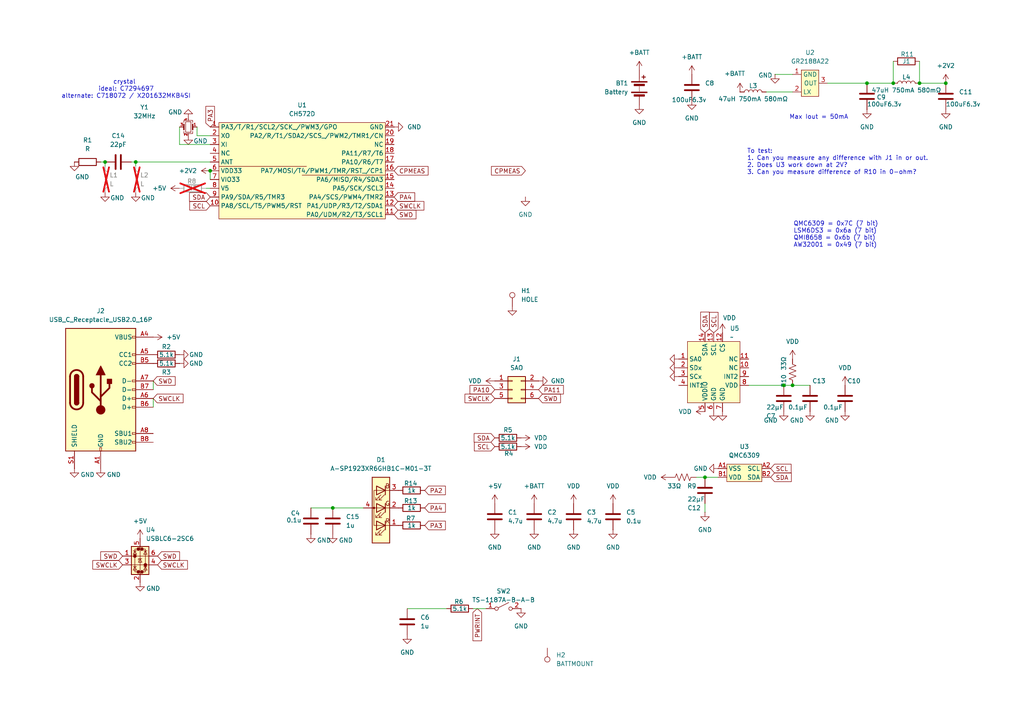
<source format=kicad_sch>
(kicad_sch (version 20250114) (generator "eeschema") (generator_version "9.0")
  (paper "A4")
  (lib_symbols
    (symbol "Connector:TestPoint" (pin_numbers (hide yes)) (pin_names (offset 0.762) (hide yes))
      (property "Reference" "TP" (at 0 6.858 0))
      (property "Value" "TestPoint" (at 0 5.08 0))
      (symbol "TestPoint_1_1"
        (pin passive line (at 0 0 90) (length 2.54) (name "1") (number "1"))
      )
    )
    (symbol "Connector:USB_C_Receptacle_USB2.0_16P" (pin_names (offset 1.016))
      (property "Reference" "J" (at 0 22.225 0))
      (property "Value" "USB_C_Receptacle_USB2.0_16P" (at 0 19.685 0))
      (symbol "USB_C_Receptacle_USB2.0_16P_1_1"
        (pin passive line (at -7.62 -22.86 90) (length 5.08) (name "SHIELD") (number "S1"))
        (pin passive line (at 0 -22.86 90) (length 5.08) (name "GND") (number "A1"))
        (pin passive line (at 0 -22.86 90) (length 5.08) (hide yes) (name "GND") (number "A12"))
        (pin passive line (at 0 -22.86 90) (length 5.08) (hide yes) (name "GND") (number "B1"))
        (pin passive line (at 0 -22.86 90) (length 5.08) (hide yes) (name "GND") (number "B12"))
        (pin passive line (at 15.24 15.24 180) (length 5.08) (name "VBUS") (number "A4"))
        (pin passive line (at 15.24 15.24 180) (length 5.08) (hide yes) (name "VBUS") (number "A9"))
        (pin passive line (at 15.24 15.24 180) (length 5.08) (hide yes) (name "VBUS") (number "B4"))
        (pin passive line (at 15.24 15.24 180) (length 5.08) (hide yes) (name "VBUS") (number "B9"))
        (pin bidirectional line (at 15.24 10.16 180) (length 5.08) (name "CC1") (number "A5"))
        (pin bidirectional line (at 15.24 7.62 180) (length 5.08) (name "CC2") (number "B5"))
        (pin bidirectional line (at 15.24 2.54 180) (length 5.08) (name "D-") (number "A7"))
        (pin bidirectional line (at 15.24 0 180) (length 5.08) (name "D-") (number "B7"))
        (pin bidirectional line (at 15.24 -2.54 180) (length 5.08) (name "D+") (number "A6"))
        (pin bidirectional line (at 15.24 -5.08 180) (length 5.08) (name "D+") (number "B6"))
        (pin bidirectional line (at 15.24 -12.7 180) (length 5.08) (name "SBU1") (number "A8"))
        (pin bidirectional line (at 15.24 -15.24 180) (length 5.08) (name "SBU2") (number "B8"))
      )
    )
    (symbol "Connector_Generic:Conn_02x03_Odd_Even" (pin_names (offset 1.016) (hide yes))
      (property "Reference" "J" (at 1.27 5.08 0))
      (property "Value" "Conn_02x03_Odd_Even" (at 1.27 -5.08 0))
      (symbol "Conn_02x03_Odd_Even_1_1"
        (pin passive line (at -5.08 2.54 0) (length 3.81) (name "Pin_1") (number "1"))
        (pin passive line (at -5.08 0 0) (length 3.81) (name "Pin_3") (number "3"))
        (pin passive line (at -5.08 -2.54 0) (length 3.81) (name "Pin_5") (number "5"))
        (pin passive line (at 7.62 2.54 180) (length 3.81) (name "Pin_2") (number "2"))
        (pin passive line (at 7.62 0 180) (length 3.81) (name "Pin_4") (number "4"))
        (pin passive line (at 7.62 -2.54 180) (length 3.81) (name "Pin_6") (number "6"))
      )
    )
    (symbol "Device:Battery" (pin_numbers (hide yes)) (pin_names (offset 0) (hide yes))
      (property "Reference" "BT" (at 2.54 2.54 0))
      (property "Value" "Battery" (at 2.54 0 0))
      (symbol "Battery_1_1"
        (pin passive line (at 0 5.08 270) (length 2.54) (name "+") (number "1"))
        (pin passive line (at 0 -5.08 90) (length 2.54) (name "-") (number "2"))
      )
    )
    (symbol "Device:C" (pin_numbers (hide yes)) (pin_names (offset 0.254))
      (property "Reference" "C" (at 0.635 2.54 0))
      (property "Value" "C" (at 0.635 -2.54 0))
      (symbol "C_1_1"
        (pin passive line (at 0 3.81 270) (length 2.794) (name "~") (number "1"))
        (pin passive line (at 0 -3.81 90) (length 2.794) (name "~") (number "2"))
      )
    )
    (symbol "Device:Crystal_GND24_Small" (pin_names (offset 1.016) (hide yes))
      (property "Reference" "Y" (at 1.27 4.445 0))
      (property "Value" "Crystal_GND24_Small" (at 1.27 2.54 0))
      (symbol "Crystal_GND24_Small_1_1"
        (pin passive line (at -2.54 0 0) (length 1.27) (name "1") (number "1"))
        (pin passive line (at 0 2.54 270) (length 0.635) (name "4") (number "4"))
        (pin passive line (at 0 -2.54 90) (length 0.635) (name "2") (number "2"))
        (pin passive line (at 2.54 0 180) (length 1.27) (name "3") (number "3"))
      )
    )
    (symbol "Device:L" (pin_numbers (hide yes)) (pin_names (offset 1.016) (hide yes))
      (property "Reference" "L" (at -1.27 0 90))
      (property "Value" "L" (at 1.905 0 90))
      (symbol "L_1_1"
        (pin passive line (at 0 3.81 270) (length 1.27) (name "1") (number "1"))
        (pin passive line (at 0 -3.81 90) (length 1.27) (name "2") (number "2"))
      )
    )
    (symbol "Device:R" (pin_numbers (hide yes)) (pin_names (offset 0))
      (property "Reference" "R" (at 2.032 0 90))
      (property "Value" "R" (at 0 0 90))
      (symbol "R_1_1"
        (pin passive line (at 0 3.81 270) (length 1.27) (name "~") (number "1"))
        (pin passive line (at 0 -3.81 90) (length 1.27) (name "~") (number "2"))
      )
    )
    (symbol "LED:ASMB-MTB1-0A3A2" (pin_names (offset 0) (hide yes))
      (property "Reference" "D" (at 0 12.7 0))
      (property "Value" "ASMB-MTB1-0A3A2" (at 1.27 -11.43 0))
      (symbol "ASMB-MTB1-0A3A2_0_0"
        (text "R" (at -1.905 3.81 0) (effects (font (size 1.27 1.27))))
        (text "G" (at -1.905 -1.27 0) (effects (font (size 1.27 1.27))))
        (text "B" (at -1.905 -6.35 0) (effects (font (size 1.27 1.27))))
      )
      (symbol "ASMB-MTB1-0A3A2_1_1"
        (pin passive line (at -5.08 5.08 0) (length 2.54) (name "RK") (number "1"))
        (pin passive line (at -5.08 0 0) (length 2.54) (name "GK") (number "2"))
        (pin passive line (at -5.08 -5.08 0) (length 2.54) (name "BK") (number "3"))
        (pin passive line (at 5.08 0 180) (length 2.54) (name "A") (number "4"))
      )
    )
    (symbol "Power_Protection:USBLC6-2SC6" (pin_names (hide yes))
      (property "Reference" "U" (at 0.635 5.715 0))
      (property "Value" "USBLC6-2SC6" (at 0.635 3.81 0))
      (symbol "USBLC6-2SC6_1_1"
        (pin passive line (at -5.08 0 0) (length 2.54) (name "I/O1") (number "1"))
        (pin passive line (at -5.08 -2.54 0) (length 2.54) (name "I/O2") (number "3"))
        (pin passive line (at 0 5.08 270) (length 2.54) (name "VBUS") (number "5"))
        (pin passive line (at 0 -7.62 90) (length 2.54) (name "GND") (number "2"))
        (pin passive line (at 5.08 0 180) (length 2.54) (name "I/O1") (number "6"))
        (pin passive line (at 5.08 -2.54 180) (length 2.54) (name "I/O2") (number "4"))
      )
    )
    (symbol "Swadge_Parts:C" (pin_numbers (hide yes)) (pin_names (offset 0.254))
      (property "Reference" "C" (at 0.635 2.54 0))
      (property "Value" "C" (at 0.635 -2.54 0))
      (symbol "C_1_1"
        (pin passive line (at 0 3.81 270) (length 2.794) (name "~") (number "1"))
        (pin passive line (at 0 -3.81 90) (length 2.794) (name "~") (number "2"))
      )
    )
    (symbol "Swadge_Parts:GND" (power) (pin_names (offset 0))
      (property "Value" "GND" (at 0 -3.81 0))
      (symbol "GND_1_1"
        (pin power_in line (at 0 0 270) (length 0) (hide yes) (name "GND") (number "1"))
      )
    )
    (symbol "Swadge_Parts:R_US" (pin_numbers (hide yes)) (pin_names (offset 0))
      (property "Reference" "R" (at 2.54 0 90))
      (property "Value" "R_US" (at -2.54 0 90))
      (symbol "R_US_1_1"
        (pin passive line (at 0 3.81 270) (length 1.27) (name "~") (number "1"))
        (pin passive line (at 0 -3.81 90) (length 1.27) (name "~") (number "2"))
      )
    )
    (symbol "Switch:SW_SPST" (pin_names (offset 0) (hide yes))
      (property "Reference" "SW" (at 0 3.175 0))
      (property "Value" "SW_SPST" (at 0 -2.54 0))
      (symbol "SW_SPST_1_1"
        (pin passive line (at -5.08 0 0) (length 2.54) (name "A") (number "1"))
        (pin passive line (at 5.08 0 180) (length 2.54) (name "B") (number "2"))
      )
    )
    (symbol "cnhardware:CH570D"
      (property "Reference" "U" (at -2.286 -0.508 0))
      (property "Value" "CH570D" (at -4.318 -4.572 0))
      (symbol "CH570D_1_1"
        (pin bidirectional line (at -26.67 10.16 0) (length 2.54) (name "PA3/T/R1/SCL2/SCK_/PWM3/GPO") (number "1"))
        (pin bidirectional line (at -26.67 7.62 0) (length 2.54) (name "XO") (number "2"))
        (pin bidirectional line (at -26.67 5.08 0) (length 2.54) (name "XI") (number "3"))
        (pin bidirectional line (at -26.67 2.54 0) (length 2.54) (name "NC") (number "4"))
        (pin bidirectional line (at -26.67 0 0) (length 2.54) (name "ANT") (number "5"))
        (pin bidirectional line (at -26.67 -2.54 0) (length 2.54) (name "VDD33") (number "6"))
        (pin bidirectional line (at -26.67 -5.08 0) (length 2.54) (name "VIO33") (number "7"))
        (pin bidirectional line (at -26.67 -7.62 0) (length 2.54) (name "V5") (number "8"))
        (pin bidirectional line (at -26.67 -10.16 0) (length 2.54) (name "PA9/SDA/R5/TMR3") (number "9"))
        (pin bidirectional line (at -26.67 -12.7 0) (length 2.54) (name "PA8/SCL/T5/PWM5/RST") (number "10"))
        (pin bidirectional line (at 26.67 10.16 180) (length 2.54) (name "GND") (number "21"))
        (pin bidirectional line (at 26.67 7.62 180) (length 2.54) (name "PA2/R/T1/SDA2/SCS_/PWM2/TMR1/CN") (number "20"))
        (pin bidirectional line (at 26.67 5.08 180) (length 2.54) (name "NC") (number "19"))
        (pin bidirectional line (at 26.67 2.54 180) (length 2.54) (name "PA11/R7/T6") (number "18"))
        (pin bidirectional line (at 26.67 0 180) (length 2.54) (name "PA10/R6/T7") (number "17"))
        (pin bidirectional line (at 26.67 -2.54 180) (length 2.54) (name "PA7/MOSI/T4/PWM1/TMR/RST_/CP1") (number "16"))
        (pin bidirectional line (at 26.67 -5.08 180) (length 2.54) (name "PA6/MISO/R4/SDA3") (number "15"))
        (pin bidirectional line (at 26.67 -7.62 180) (length 2.54) (name "PA5/SCK/SCL3") (number "14"))
        (pin bidirectional line (at 26.67 -10.16 180) (length 2.54) (name "PA4/SCS/PWM4/TMR2") (number "13"))
        (pin bidirectional line (at 26.67 -12.7 180) (length 2.54) (name "PA1/UDP/R3/T2/SDA1") (number "12"))
        (pin bidirectional line (at 26.67 -15.24 180) (length 2.54) (name "PA0/UDM/R2/T3/SCL1") (number "11"))
      )
    )
    (symbol "cnhardware:GR2188-SOT-23-BOOST"
      (property "Reference" "U" (at 0.508 4.572 0))
      (property "Value" "GR2188Axx" (at -0.254 -4.826 0))
      (symbol "GR2188-SOT-23-BOOST_1_1"
        (pin bidirectional line (at -5.08 2.54 0) (length 2.54) (name "GND") (number "1"))
        (pin bidirectional line (at -5.08 -2.54 0) (length 2.54) (name "LX") (number "2"))
        (pin bidirectional line (at 5.08 0 180) (length 2.54) (name "OUT") (number "3"))
      )
    )
    (symbol "cnhardware:LSM6DSL"
      (property "Reference" "U" (at 0 0 0))
      (symbol "LSM6DSL_1_1"
        (pin bidirectional line (at -10.16 3.81 0) (length 2.54) (name "SA0") (number "1"))
        (pin bidirectional line (at -10.16 1.27 0) (length 2.54) (name "SDx") (number "2"))
        (pin bidirectional line (at -10.16 -1.27 0) (length 2.54) (name "SCx") (number "3"))
        (pin bidirectional line (at -10.16 -3.81 0) (length 2.54) (name "INT1") (number "4"))
        (pin bidirectional line (at -2.54 11.43 270) (length 2.54) (name "SDA") (number "14"))
        (pin bidirectional line (at -2.54 -11.43 90) (length 2.54) (name "VDDIO") (number "5"))
        (pin bidirectional line (at 0 11.43 270) (length 2.54) (name "SCL") (number "13"))
        (pin bidirectional line (at 0 -11.43 90) (length 2.54) (name "GND") (number "6"))
        (pin bidirectional line (at 2.54 11.43 270) (length 2.54) (name "CS") (number "12"))
        (pin bidirectional line (at 2.54 -11.43 90) (length 2.54) (name "GND") (number "7"))
        (pin bidirectional line (at 10.16 3.81 180) (length 2.54) (name "NC") (number "11"))
        (pin bidirectional line (at 10.16 1.27 180) (length 2.54) (name "NC") (number "10"))
        (pin bidirectional line (at 10.16 -1.27 180) (length 2.54) (name "INT2") (number "9"))
        (pin bidirectional line (at 10.16 -3.81 180) (length 2.54) (name "VDD") (number "8"))
      )
    )
    (symbol "cnhardware:QMC6309"
      (property "Reference" "U" (at 0 0 0))
      (property "Value" "QMC6309" (at 0 -3.81 0))
      (symbol "QMC6309_1_1"
        (pin bidirectional line (at -7.62 1.27 0) (length 2.54) (name "VSS") (number "A1"))
        (pin bidirectional line (at -7.62 -1.27 0) (length 2.54) (name "VDD") (number "B1"))
        (pin bidirectional line (at 7.62 1.27 180) (length 2.54) (name "SCL") (number "A2"))
        (pin bidirectional line (at 7.62 -1.27 180) (length 2.54) (name "SDA") (number "B2"))
      )
    )
    (symbol "power:+2V5" (power) (pin_numbers (hide yes)) (pin_names (offset 0) (hide yes))
      (property "Value" "+2V5" (at 0 3.556 0))
      (symbol "+2V5_1_1"
        (pin power_in line (at 0 0 90) (length 0) (name "~") (number "1"))
      )
    )
    (symbol "power:+5V" (power) (pin_numbers (hide yes)) (pin_names (offset 0) (hide yes))
      (property "Value" "+5V" (at 0 3.556 0))
      (symbol "+5V_1_1"
        (pin power_in line (at 0 0 90) (length 0) (name "~") (number "1"))
      )
    )
    (symbol "power:+BATT" (power) (pin_numbers (hide yes)) (pin_names (offset 0) (hide yes))
      (property "Value" "+BATT" (at 0 3.556 0))
      (symbol "+BATT_1_1"
        (pin power_in line (at 0 0 90) (length 0) (name "~") (number "1"))
      )
    )
    (symbol "power:GND" (power) (pin_numbers (hide yes)) (pin_names (offset 0) (hide yes))
      (property "Value" "GND" (at 0 -3.81 0))
      (symbol "GND_1_1"
        (pin power_in line (at 0 0 270) (length 0) (name "~") (number "1"))
      )
    )
    (symbol "power:VDD" (power) (pin_names (offset 0))
      (property "Value" "VDD" (at 0 3.81 0))
      (symbol "VDD_1_1"
        (pin power_in line (at 0 0 90) (length 0) (hide yes) (name "VDD") (number "1"))
      )
    )
  )
  (text "QMC6309 = 0x7C (7 bit)\nLSM6DS3 = 0x6a (7 bit)\nQMI8658 = 0x6b (7 bit)\nAW32001 = 0x49 (7 bit)\n" (at 230.124 68.072 0) (effects (font (size 1.27 1.27)) (justify left)))
  (text "Max Iout = 50mA" (at 237.49 34.036 0) (effects (font (size 1.27 1.27))))
  (text "To test:\n1. Can you measure any difference with J1 in or out.\n2. Does U3 work down at 2V?\n3. Can you measure difference of R10 in 0-ohm?" (at 216.662 46.99 0) (effects (font (size 1.27 1.27)) (justify left)))
  (text "crystal \nideal: C7294697\nalternate: C718072 / X201632MKB4SI" (at 36.576 25.908 0) (effects (font (size 1.27 1.27))))
  (junction (at 259.08 24.13))
  (junction (at 39.37 46.99))
  (junction (at 227.33 111.76))
  (junction (at 266.7 24.13))
  (junction (at 30.48 46.99))
  (junction (at 60.96 49.53))
  (junction (at 96.52 147.32))
  (junction (at 251.46 24.13))
  (junction (at 204.47 138.43))
  (junction (at 229.87 111.76))
  (junction (at 274.32 24.13))
  (wire (pts (xy 44.45 110.49) (xy 44.45 113.03)))
  (wire (pts (xy 251.46 24.13) (xy 259.08 24.13)))
  (wire (pts (xy 39.37 48.26) (xy 39.37 46.99)))
  (wire (pts (xy 59.69 54.61) (xy 60.96 54.61)))
  (wire (pts (xy 204.47 148.59) (xy 204.47 146.05)))
  (wire (pts (xy 38.1 46.99) (xy 39.37 46.99)))
  (wire (pts (xy 266.7 24.13) (xy 274.32 24.13)))
  (wire (pts (xy 39.37 46.99) (xy 60.96 46.99)))
  (wire (pts (xy 204.47 138.43) (xy 208.28 138.43)))
  (wire (pts (xy 137.16 176.53) (xy 140.97 176.53)))
  (wire (pts (xy 227.33 111.76) (xy 229.87 111.76)))
  (wire (pts (xy 240.03 24.13) (xy 251.46 24.13)))
  (wire (pts (xy 201.93 138.43) (xy 204.47 138.43)))
  (wire (pts (xy 266.7 17.78) (xy 266.7 24.13)))
  (wire (pts (xy 60.96 49.53) (xy 60.96 52.07)))
  (wire (pts (xy 217.17 111.76) (xy 227.33 111.76)))
  (wire (pts (xy 60.96 41.91) (xy 52.07 41.91)))
  (wire (pts (xy 52.07 41.91) (xy 52.07 36.83)))
  (wire (pts (xy 118.11 176.53) (xy 129.54 176.53)))
  (wire (pts (xy 229.87 111.76) (xy 234.95 111.76)))
  (wire (pts (xy 57.15 36.83) (xy 57.15 39.37)))
  (wire (pts (xy 96.52 147.32) (xy 105.41 147.32)))
  (wire (pts (xy 90.17 147.32) (xy 96.52 147.32)))
  (wire (pts (xy 222.25 26.67) (xy 229.87 26.67)))
  (wire (pts (xy 224.79 21.59) (xy 229.87 21.59)))
  (wire (pts (xy 259.08 17.78) (xy 259.08 24.13)))
  (wire (pts (xy 44.45 115.57) (xy 44.45 118.11)))
  (wire (pts (xy 57.15 39.37) (xy 60.96 39.37)))
  (wire (pts (xy 30.48 48.26) (xy 30.48 46.99)))
  (wire (pts (xy 30.48 46.99) (xy 29.21 46.99)))
  (global_label "SWCLK" (shape input) (at 35.56 163.83 180) (property "Intersheetrefs" "${INTERSHEET_REFS}" (effects (hide yes))))
  (global_label "PA2" (shape input) (at 123.19 142.24 0) (property "Intersheetrefs" "${INTERSHEET_REFS}" (effects (hide yes))))
  (global_label "PA4" (shape input) (at 114.3 57.15 0) (property "Intersheetrefs" "${INTERSHEET_REFS}" (effects (hide yes))))
  (global_label "SWCLK" (shape input) (at 44.45 115.57 0) (property "Intersheetrefs" "${INTERSHEET_REFS}" (effects (hide yes))))
  (global_label "SCL" (shape input) (at 143.51 129.54 180) (property "Intersheetrefs" "${INTERSHEET_REFS}" (effects (hide yes))))
  (global_label "SWD" (shape input) (at 35.56 161.29 180) (property "Intersheetrefs" "${INTERSHEET_REFS}" (effects (hide yes))))
  (global_label "SWCLK" (shape input) (at 45.72 163.83 0) (property "Intersheetrefs" "${INTERSHEET_REFS}" (effects (hide yes))))
  (global_label "SWD" (shape input) (at 114.3 62.23 0) (property "Intersheetrefs" "${INTERSHEET_REFS}" (effects (hide yes))))
  (global_label "SDA" (shape input) (at 204.47 96.52 90) (property "Intersheetrefs" "${INTERSHEET_REFS}" (effects (hide yes))))
  (global_label "PA11" (shape input) (at 156.21 113.03 0) (property "Intersheetrefs" "${INTERSHEET_REFS}" (effects (hide yes))))
  (global_label "SCL" (shape input) (at 223.52 135.89 0) (property "Intersheetrefs" "${INTERSHEET_REFS}" (effects (hide yes))))
  (global_label "SDA" (shape input) (at 223.52 138.43 0) (property "Intersheetrefs" "${INTERSHEET_REFS}" (effects (hide yes))))
  (global_label "SWD" (shape input) (at 156.21 115.57 0) (property "Intersheetrefs" "${INTERSHEET_REFS}" (effects (hide yes))))
  (global_label "SWCLK" (shape input) (at 114.3 59.69 0) (property "Intersheetrefs" "${INTERSHEET_REFS}" (effects (hide yes))))
  (global_label "SCL" (shape input) (at 207.01 96.52 90) (property "Intersheetrefs" "${INTERSHEET_REFS}" (effects (hide yes))))
  (global_label "CPMEAS" (shape input) (at 152.4 49.53 180) (property "Intersheetrefs" "${INTERSHEET_REFS}" (effects (hide yes))))
  (global_label "PA4" (shape input) (at 123.19 147.32 0) (property "Intersheetrefs" "${INTERSHEET_REFS}" (effects (hide yes))))
  (global_label "SWD" (shape input) (at 44.45 110.49 0) (property "Intersheetrefs" "${INTERSHEET_REFS}" (effects (hide yes))))
  (global_label "PA3" (shape input) (at 60.96 36.83 90) (property "Intersheetrefs" "${INTERSHEET_REFS}" (effects (hide yes))))
  (global_label "PWRINT" (shape input) (at 138.43 176.53 270) (property "Intersheetrefs" "${INTERSHEET_REFS}" (effects (hide yes))))
  (global_label "PA3" (shape input) (at 123.19 152.4 0) (property "Intersheetrefs" "${INTERSHEET_REFS}" (effects (hide yes))))
  (global_label "SWCLK" (shape input) (at 143.51 115.57 180) (property "Intersheetrefs" "${INTERSHEET_REFS}" (effects (hide yes))))
  (global_label "PA10" (shape input) (at 143.51 113.03 180) (property "Intersheetrefs" "${INTERSHEET_REFS}" (effects (hide yes))))
  (global_label "SCL" (shape input) (at 60.96 59.69 180) (property "Intersheetrefs" "${INTERSHEET_REFS}" (effects (hide yes))))
  (global_label "SDA" (shape input) (at 143.51 127 180) (property "Intersheetrefs" "${INTERSHEET_REFS}" (effects (hide yes))))
  (global_label "SWD" (shape input) (at 45.72 161.29 0) (property "Intersheetrefs" "${INTERSHEET_REFS}" (effects (hide yes))))
  (global_label "SDA" (shape input) (at 60.96 57.15 180) (property "Intersheetrefs" "${INTERSHEET_REFS}" (effects (hide yes))))
  (global_label "CPMEAS" (shape input) (at 114.3 49.53 0) (property "Intersheetrefs" "${INTERSHEET_REFS}" (effects (hide yes))))
  (symbol (lib_id "Swadge_Parts:GND") (at 245.11 119.38 0) (unit 1)
    (property "Reference" "#PWR064" (effects (hide yes)))
    (property "Value" "GND" (at 241.3 121.92 0))
  )
  (symbol (lib_id "Connector:TestPoint") (at 158.75 187.96 180) (unit 1) (in_bom no)
    (property "Reference" "H2" (at 161.29 189.9919 0) (effects (justify right)))
    (property "Value" "BATTMOUNT" (at 161.29 192.5319 0) (effects (justify right)))
    (property "Footprint" "MountingHole:MountingHole_2.1mm" (effects (hide yes)))
    (property "Description" "test point" (effects (hide yes)))
  )
  (symbol (lib_id "cnhardware:QMC6309") (at 215.9 137.16 0) (unit 1)
    (property "Reference" "U3" (at 215.9 129.54 0))
    (property "Value" "QMC6309" (at 215.9 132.08 0))
    (property "Footprint" "Package_BGA:WLP-4_0.83x0.83mm_P0.4mm" (effects (hide yes)))
    (property "LCSC" "C5439871" (effects (hide yes)))
  )
  (symbol (lib_id "power:GND") (at 274.32 31.75 0) (unit 1)
    (property "Reference" "#PWR037" (effects (hide yes)))
    (property "Value" "GND" (at 274.32 36.83 0))
    (property "Description" "Power symbol creates a global label with name \"GND\" , ground" (effects (hide yes)))
  )
  (symbol (lib_id "Swadge_Parts:R_US") (at 198.12 138.43 270) (unit 1)
    (property "Reference" "R9" (at 200.66 140.97 90))
    (property "Value" "33Ω" (at 195.58 140.97 90))
    (property "Footprint" "Resistor_SMD:R_0603_1608Metric" (effects (hide yes)))
    (property "Cost100" "10" (effects (hide yes)))
    (property "Substitutable" "Y" (effects (hide yes)))
    (property "LCSC" "C23140" (effects (hide yes)))
    (property "Cost @ 2.5k" "0.0008" (effects (hide yes)))
  )
  (symbol (lib_id "power:GND") (at 118.11 184.15 0) (unit 1)
    (property "Reference" "#PWR025" (effects (hide yes)))
    (property "Value" "GND" (at 118.11 189.23 0))
    (property "Description" "Power symbol creates a global label with name \"GND\" , ground" (effects (hide yes)))
  )
  (symbol (lib_id "Swadge_Parts:C") (at 227.33 115.57 0) (unit 1)
    (property "Reference" "C7" (at 222.25 120.65 0) (effects (justify left)))
    (property "Value" "22μF" (at 222.25 118.11 0) (effects (justify left)))
    (property "Footprint" "Capacitor_SMD:C_0603_1608Metric" (effects (hide yes)))
    (property "Cost100" "10" (effects (hide yes)))
    (property "Substitutable" "Y" (effects (hide yes)))
    (property "LCSC" "C59461" (effects (hide yes)))
    (property "Cost @ 2.5k" "0.0079" (effects (hide yes)))
  )
  (symbol (lib_id "power:GND") (at 185.42 30.48 0) (unit 1)
    (property "Reference" "#PWR02" (effects (hide yes)))
    (property "Value" "GND" (at 185.42 35.56 0))
    (property "Description" "Power symbol creates a global label with name \"GND\" , ground" (effects (hide yes)))
  )
  (symbol (lib_id "power:GND") (at 204.47 148.59 0) (unit 1)
    (property "Reference" "#PWR041" (effects (hide yes)))
    (property "Value" "GND" (at 204.47 153.67 0))
    (property "Description" "Power symbol creates a global label with name \"GND\" , ground" (effects (hide yes)))
  )
  (symbol (lib_id "power:VDD") (at 204.47 119.38 90) (unit 1)
    (property "Reference" "#PWR045" (effects (hide yes)))
    (property "Value" "VDD" (at 200.66 119.3799 90) (effects (justify left)))
  )
  (symbol (lib_id "Device:R") (at 25.4 46.99 90) (unit 1)
    (property "Reference" "R1" (at 25.4 40.64 90))
    (property "Value" "R" (at 25.4 43.18 90))
    (property "Footprint" "RF_Antenna:Texas_SWRA117D_2.4GHz_Left" (effects (hide yes)))
    (property "Description" "Resistor" (effects (hide yes)))
  )
  (symbol (lib_id "power:GND") (at 21.59 135.89 0) (mirror y) (unit 1)
    (property "Reference" "#PWR012" (effects (hide yes)))
    (property "Value" "GND" (at 27.432 137.668 0) (effects (justify left)))
  )
  (symbol (lib_id "power:VDD") (at 151.13 129.54 270) (unit 1)
    (property "Reference" "#PWR029" (effects (hide yes)))
    (property "Value" "VDD" (at 154.94 129.5399 90) (effects (justify left)))
  )
  (symbol (lib_id "Power_Protection:USBLC6-2SC6") (at 40.64 161.29 0) (unit 1)
    (property "Reference" "U4" (at 42.2911 153.67 0) (effects (justify left)))
    (property "Value" "USBLC6-2SC6" (at 42.2911 156.21 0) (effects (justify left)))
    (property "Footprint" "Package_TO_SOT_SMD:SOT-363_SC-70-6" (effects (hide yes)))
    (property "Datasheet" "https://www.st.com/resource/en/datasheet/usblc6-2.pdf" (effects (hide yes)))
    (property "Description" "Very low capacitance ESD protection diode, 2 data-line, SOT-23-6" (effects (hide yes)))
    (property "LCSC" "C1973965" (effects (hide yes)))
  )
  (symbol (lib_id "Swadge_Parts:GND") (at 209.55 119.38 0) (unit 1)
    (property "Reference" "#PWR048" (effects (hide yes)))
    (property "Value" "GND" (effects (hide yes)))
  )
  (symbol (lib_id "Swadge_Parts:GND") (at 196.85 104.14 270) (unit 1)
    (property "Reference" "#PWR052" (effects (hide yes)))
    (property "Value" "GND" (effects (hide yes)))
  )
  (symbol (lib_id "Connector_Generic:Conn_02x03_Odd_Even") (at 148.59 113.03 0) (unit 1)
    (property "Reference" "J1" (at 149.86 104.14 0))
    (property "Value" "SAO" (at 149.86 106.68 0))
    (property "Footprint" "Connector_PinHeader_2.54mm:PinHeader_2x03_P2.54mm_Vertical_SMD" (effects (hide yes)))
    (property "Description" "Generic connector, double row, 02x03, odd/even pin numbering scheme (row 1 odd numbers, row 2 even numbers), script generated (kicad-library-utils/schlib/autogen/connector/)" (effects (hide yes)))
    (property "LCSC" "C192301" (effects (hide yes)))
  )
  (symbol (lib_id "Device:R") (at 119.38 152.4 270) (unit 1)
    (property "Reference" "R7" (at 119.126 150.368 90))
    (property "Value" "1k" (at 119.38 152.4 90))
    (property "Footprint" "Resistor_SMD:R_0402_1005Metric" (effects (hide yes)))
    (property "Description" "Resistor" (effects (hide yes)))
    (property "LCSC" "C11702" (effects (hide yes)))
  )
  (symbol (lib_id "cnhardware:LSM6DSL") (at 207.01 107.95 0) (unit 1)
    (property "Reference" "U5" (at 211.6933 95.25 0) (effects (justify left)))
    (property "Value" "~" (at 211.6933 97.79 0) (effects (justify left)))
    (property "Footprint" "cnhardware:LGA-14_3x2.5mm_P0.5mm_LayoutBorder3x4y_EVEN_PADS" (effects (hide yes)))
    (property "LCSC" "C967633" (effects (hide yes)))
  )
  (symbol (lib_id "LED:ASMB-MTB1-0A3A2") (at 110.49 147.32 180) (unit 1)
    (property "Reference" "D1" (at 110.49 133.35 0))
    (property "Value" "A-SP1923XR6GHB1C-M01-3T" (at 110.49 135.89 0))
    (property "Footprint" "LED_SMD:LED_RGB_Wuerth_150080M153000" (effects (hide yes)))
    (property "Datasheet" "https://docs.broadcom.com/docs/AV02-4194EN" (effects (hide yes)))
    (property "Description" "Tricolor Black Surface LED, Common Anode Pin 4, PLCC-4" (effects (hide yes)))
    (property "LCSC" "C19171339" (effects (hide yes)))
  )
  (symbol (lib_id "power:+5V") (at 40.64 156.21 0) (unit 1)
    (property "Reference" "#PWR026" (effects (hide yes)))
    (property "Value" "+5V" (at 40.64 151.13 0))
    (property "Description" "Power symbol creates a global label with name \"+5V\"" (effects (hide yes)))
  )
  (symbol (lib_id "Device:C") (at 118.11 180.34 0) (unit 1)
    (property "Reference" "C6" (at 121.92 179.0699 0) (effects (justify left)))
    (property "Value" "1u" (at 121.92 181.6099 0) (effects (justify left)))
    (property "Footprint" "Capacitor_SMD:C_0402_1005Metric" (effects (hide yes)))
    (property "Description" "Unpolarized capacitor" (effects (hide yes)))
    (property "LCSC" "C52923" (effects (hide yes)))
  )
  (symbol (lib_id "Device:C") (at 96.52 151.13 0) (unit 1)
    (property "Reference" "C15" (at 100.33 149.8599 0) (effects (justify left)))
    (property "Value" "1u" (at 100.33 152.3999 0) (effects (justify left)))
    (property "Footprint" "Capacitor_SMD:C_0402_1005Metric" (effects (hide yes)))
    (property "Description" "Unpolarized capacitor" (effects (hide yes)))
    (property "LCSC" "C52923" (effects (hide yes)))
  )
  (symbol (lib_id "Device:Crystal_GND24_Small") (at 54.61 36.83 0) (mirror y) (unit 1)
    (property "Reference" "Y1" (at 41.91 31.1082 0))
    (property "Value" "32MHz" (at 41.91 33.6482 0))
    (property "Footprint" "Crystal:Crystal_SMD_2016-4Pin_2.0x1.6mm" (effects (hide yes)))
    (property "Description" "Four pin crystal, GND on pins 2 and 4, small symbol" (effects (hide yes)))
    (property "LCSC" "C7294697" (effects (hide yes)))
  )
  (symbol (lib_id "power:+BATT") (at 214.63 26.67 0) (unit 1)
    (property "Reference" "#PWR019" (effects (hide yes)))
    (property "Value" "+BATT" (at 213.106 21.336 0))
    (property "Description" "Power symbol creates a global label with name \"+BATT\"" (effects (hide yes)))
  )
  (symbol (lib_id "power:+BATT") (at 185.42 20.32 0) (unit 1)
    (property "Reference" "#PWR035" (effects (hide yes)))
    (property "Value" "+BATT" (at 185.42 15.24 0))
    (property "Description" "Power symbol creates a global label with name \"+BATT\"" (effects (hide yes)))
  )
  (symbol (lib_id "power:GND") (at 143.51 153.67 0) (unit 1)
    (property "Reference" "#PWR024" (effects (hide yes)))
    (property "Value" "GND" (at 143.51 158.75 0))
    (property "Description" "Power symbol creates a global label with name \"GND\" , ground" (effects (hide yes)))
  )
  (symbol (lib_id "power:+5V") (at 143.51 146.05 0) (unit 1)
    (property "Reference" "#PWR030" (effects (hide yes)))
    (property "Value" "+5V" (at 143.51 140.97 0))
    (property "Description" "Power symbol creates a global label with name \"+5V\"" (effects (hide yes)))
  )
  (symbol (lib_id "Device:R") (at 48.26 105.41 90) (unit 1)
    (property "Reference" "R3" (at 48.26 107.95 90))
    (property "Value" "5.1k" (at 48.26 105.41 90))
    (property "Footprint" "Resistor_SMD:R_0402_1005Metric" (effects (hide yes)))
    (property "Description" "Resistor" (effects (hide yes)))
    (property "LCSC" "C25905" (effects (hide yes)))
  )
  (symbol (lib_id "power:GND") (at 40.64 168.91 0) (mirror y) (unit 1)
    (property "Reference" "#PWR027" (effects (hide yes)))
    (property "Value" "GND" (at 46.482 170.688 0) (effects (justify left)))
  )
  (symbol (lib_id "power:GND") (at 152.4 57.15 0) (unit 1)
    (property "Reference" "#PWR039" (effects (hide yes)))
    (property "Value" "GND" (at 152.4 62.23 0))
    (property "Description" "Power symbol creates a global label with name \"GND\" , ground" (effects (hide yes)))
  )
  (symbol (lib_id "Device:C") (at 177.8 149.86 0) (unit 1)
    (property "Reference" "C5" (at 181.61 148.5899 0) (effects (justify left)))
    (property "Value" "0.1u" (at 181.61 151.1299 0) (effects (justify left)))
    (property "Footprint" "Capacitor_SMD:C_0402_1005Metric" (effects (hide yes)))
    (property "Description" "Unpolarized capacitor" (effects (hide yes)))
    (property "LCSC" "C307331" (effects (hide yes)))
  )
  (symbol (lib_id "power:GND") (at 52.07 102.87 90) (mirror x) (unit 1)
    (property "Reference" "#PWR015" (effects (hide yes)))
    (property "Value" "GND" (at 58.928 102.87 90) (effects (justify left)))
  )
  (symbol (lib_id "Device:L") (at 30.48 52.07 0) (unit 1) (in_bom no) (dnp yes)
    (property "Reference" "L1" (at 31.75 50.7999 0) (effects (justify left)))
    (property "Value" "L" (at 31.75 53.3399 0) (effects (justify left)))
    (property "Footprint" "Inductor_SMD:L_0402_1005Metric" (effects (hide yes)))
    (property "Description" "Inductor" (effects (hide yes)))
  )
  (symbol (lib_id "Device:R") (at 48.26 102.87 90) (unit 1)
    (property "Reference" "R2" (at 48.26 100.584 90))
    (property "Value" "5.1k" (at 48.26 102.87 90))
    (property "Footprint" "Resistor_SMD:R_0402_1005Metric" (effects (hide yes)))
    (property "Description" "Resistor" (effects (hide yes)))
    (property "LCSC" "C25905" (effects (hide yes)))
  )
  (symbol (lib_id "Device:C") (at 251.46 27.94 0) (unit 1)
    (property "Reference" "C9" (at 254.254 28.194 0) (effects (justify left)))
    (property "Value" "100uF6.3v" (at 251.46 30.226 0) (effects (justify left)))
    (property "Footprint" "Capacitor_SMD:C_1206_3216Metric" (effects (hide yes)))
    (property "Description" "Unpolarized capacitor" (effects (hide yes)))
    (property "LCSC" "C15008" (effects (hide yes)))
  )
  (symbol (lib_id "Connector:USB_C_Receptacle_USB2.0_16P") (at 29.21 113.03 0) (unit 1)
    (property "Reference" "J2" (at 29.21 90.17 0))
    (property "Value" "USB_C_Receptacle_USB2.0_16P" (at 29.21 92.71 0))
    (property "Footprint" "cnhardware:USB_C_MOD_Receptacle_HRO_TYPE-C-31-M-12" (effects (hide yes)))
    (property "Datasheet" "https://www.usb.org/sites/default/files/documents/usb_type-c.zip" (effects (hide yes)))
    (property "Description" "USB 2.0-only 16P Type-C Receptacle connector" (effects (hide yes)))
    (property "LCSC" "C2765186" (effects (hide yes)))
  )
  (symbol (lib_id "power:GND") (at 251.46 31.75 0) (unit 1)
    (property "Reference" "#PWR034" (effects (hide yes)))
    (property "Value" "GND" (at 251.46 36.83 0))
    (property "Description" "Power symbol creates a global label with name \"GND\" , ground" (effects (hide yes)))
  )
  (symbol (lib_id "Device:C") (at 274.32 27.94 0) (unit 1)
    (property "Reference" "C11" (at 278.13 26.6699 0) (effects (justify left)))
    (property "Value" "100uF6.3v" (at 274.32 30.226 0) (effects (justify left)))
    (property "Footprint" "Capacitor_SMD:C_1206_3216Metric" (effects (hide yes)))
    (property "Description" "Unpolarized capacitor" (effects (hide yes)))
    (property "LCSC" "C15008" (effects (hide yes)))
  )
  (symbol (lib_id "power:+BATT") (at 200.66 21.59 0) (unit 1)
    (property "Reference" "#PWR031" (effects (hide yes)))
    (property "Value" "+BATT" (at 200.66 16.51 0))
    (property "Description" "Power symbol creates a global label with name \"+BATT\"" (effects (hide yes)))
  )
  (symbol (lib_id "power:GND") (at 30.48 55.88 0) (mirror y) (unit 1)
    (property "Reference" "#PWR068" (effects (hide yes)))
    (property "Value" "GND" (at 36.068 57.404 0) (effects (justify left)))
  )
  (symbol (lib_id "power:GND") (at 29.21 135.89 0) (mirror y) (unit 1)
    (property "Reference" "#PWR013" (effects (hide yes)))
    (property "Value" "GND" (at 35.052 137.668 0) (effects (justify left)))
  )
  (symbol (lib_id "power:+5V") (at 52.07 54.61 90) (unit 1)
    (property "Reference" "#PWR06" (effects (hide yes)))
    (property "Value" "+5V" (at 48.26 54.6099 90) (effects (justify left)))
    (property "Description" "Power symbol creates a global label with name \"+5V\"" (effects (hide yes)))
  )
  (symbol (lib_id "power:GND") (at 177.8 153.67 0) (unit 1)
    (property "Reference" "#PWR022" (effects (hide yes)))
    (property "Value" "GND" (at 177.8 158.75 0))
    (property "Description" "Power symbol creates a global label with name \"GND\" , ground" (effects (hide yes)))
  )
  (symbol (lib_id "Connector:TestPoint") (at 148.59 88.9 0) (unit 1) (in_bom no)
    (property "Reference" "H1" (at 151.13 84.3279 0) (effects (justify left)))
    (property "Value" "HOLE" (at 151.13 86.8679 0) (effects (justify left)))
    (property "Footprint" "MountingHole:MountingHole_3.2mm_M3_ISO7380_Pad_TopBottom" (effects (hide yes)))
    (property "Description" "test point" (effects (hide yes)))
  )
  (symbol (lib_id "Device:R") (at 119.38 142.24 270) (unit 1)
    (property "Reference" "R14" (at 119.126 140.208 90))
    (property "Value" "1k" (at 119.38 142.24 90))
    (property "Footprint" "Resistor_SMD:R_0402_1005Metric" (effects (hide yes)))
    (property "Description" "Resistor" (effects (hide yes)))
    (property "LCSC" "C11702" (effects (hide yes)))
  )
  (symbol (lib_id "power:GND") (at 208.28 135.89 270) (unit 1)
    (property "Reference" "#PWR043" (effects (hide yes)))
    (property "Value" "GND" (at 203.2 135.89 90))
    (property "Description" "Power symbol creates a global label with name \"GND\" , ground" (effects (hide yes)))
  )
  (symbol (lib_id "power:GND") (at 90.17 154.94 0) (mirror y) (unit 1)
    (property "Reference" "#PWR069" (effects (hide yes)))
    (property "Value" "GND" (at 96.012 156.718 0) (effects (justify left)))
  )
  (symbol (lib_id "Device:C") (at 34.29 46.99 90) (unit 1)
    (property "Reference" "C14" (at 34.29 39.37 90))
    (property "Value" "22pF" (at 34.29 41.91 90))
    (property "Footprint" "Capacitor_SMD:C_0402_1005Metric" (effects (hide yes)))
    (property "Description" "Unpolarized capacitor" (effects (hide yes)))
    (property "LCSC" "C1555" (effects (hide yes)))
  )
  (symbol (lib_id "Device:C") (at 90.17 151.13 0) (unit 1)
    (property "Reference" "C4" (at 84.328 148.844 0) (effects (justify left)))
    (property "Value" "0.1u" (at 83.058 150.876 0) (effects (justify left)))
    (property "Footprint" "Capacitor_SMD:C_0402_1005Metric" (effects (hide yes)))
    (property "Description" "Unpolarized capacitor" (effects (hide yes)))
    (property "LCSC" "C307331" (effects (hide yes)))
  )
  (symbol (lib_id "power:GND") (at 151.13 176.53 0) (unit 1)
    (property "Reference" "#PWR038" (effects (hide yes)))
    (property "Value" "GND" (at 151.13 181.61 0))
    (property "Description" "Power symbol creates a global label with name \"GND\" , ground" (effects (hide yes)))
  )
  (symbol (lib_id "Device:C") (at 154.94 149.86 0) (unit 1)
    (property "Reference" "C2" (at 158.75 148.5899 0) (effects (justify left)))
    (property "Value" "4.7u" (at 158.75 151.1299 0) (effects (justify left)))
    (property "Footprint" "Capacitor_SMD:C_0402_1005Metric" (effects (hide yes)))
    (property "Description" "Unpolarized capacitor" (effects (hide yes)))
    (property "LCSC" "C368809" (effects (hide yes)))
  )
  (symbol (lib_id "Device:L") (at 39.37 52.07 0) (unit 1) (in_bom no) (dnp yes)
    (property "Reference" "L2" (at 40.64 50.7999 0) (effects (justify left)))
    (property "Value" "L" (at 40.64 53.3399 0) (effects (justify left)))
    (property "Footprint" "Inductor_SMD:L_0402_1005Metric" (effects (hide yes)))
    (property "Description" "Inductor" (effects (hide yes)))
  )
  (symbol (lib_id "Device:Battery") (at 185.42 25.4 0) (unit 1)
    (property "Reference" "BT1" (at 178.562 24.13 0) (effects (justify left)))
    (property "Value" "Battery" (at 175.26 26.67 0) (effects (justify left)))
    (property "Footprint" "cnhardware:2460" (effects (hide yes)))
    (property "Description" "Multiple-cell battery" (effects (hide yes)))
    (property "LCSC" "C5290181" (effects (hide yes)))
  )
  (symbol (lib_id "power:GND") (at 54.61 39.37 0) (mirror y) (unit 1)
    (property "Reference" "#PWR08" (effects (hide yes)))
    (property "Value" "GND" (at 60.198 40.894 0) (effects (justify left)))
  )
  (symbol (lib_id "power:GND") (at 96.52 154.94 0) (mirror y) (unit 1)
    (property "Reference" "#PWR020" (effects (hide yes)))
    (property "Value" "GND" (at 102.362 156.718 0) (effects (justify left)))
  )
  (symbol (lib_id "power:GND") (at 154.94 153.67 0) (unit 1)
    (property "Reference" "#PWR023" (effects (hide yes)))
    (property "Value" "GND" (at 154.94 158.75 0))
    (property "Description" "Power symbol creates a global label with name \"GND\" , ground" (effects (hide yes)))
  )
  (symbol (lib_id "power:VDD") (at 209.55 96.52 0) (unit 1)
    (property "Reference" "#PWR049" (effects (hide yes)))
    (property "Value" "VDD" (at 211.582 92.202 0))
  )
  (symbol (lib_id "Device:R") (at 55.88 54.61 270) (unit 1) (in_bom no) (dnp yes)
    (property "Reference" "R8" (at 55.626 52.578 90))
    (property "Value" "NP" (at 55.88 54.61 90))
    (property "Footprint" "Resistor_SMD:R_0402_1005Metric" (effects (hide yes)))
    (property "Description" "Resistor" (effects (hide yes)))
  )
  (symbol (lib_id "power:GND") (at 200.66 29.21 0) (unit 1)
    (property "Reference" "#PWR033" (effects (hide yes)))
    (property "Value" "GND" (at 200.66 34.29 0))
    (property "Description" "Power symbol creates a global label with name \"GND\" , ground" (effects (hide yes)))
  )
  (symbol (lib_id "power:GND") (at 52.07 105.41 90) (mirror x) (unit 1)
    (property "Reference" "#PWR014" (effects (hide yes)))
    (property "Value" "GND" (at 58.928 105.41 90) (effects (justify left)))
  )
  (symbol (lib_id "Swadge_Parts:R_US") (at 229.87 107.95 180) (unit 1)
    (property "Reference" "R10" (at 227.33 110.49 90))
    (property "Value" "33Ω" (at 227.33 105.41 90))
    (property "Footprint" "Resistor_SMD:R_0603_1608Metric" (effects (hide yes)))
    (property "Cost100" "10" (effects (hide yes)))
    (property "Substitutable" "Y" (effects (hide yes)))
    (property "LCSC" "C23140" (effects (hide yes)))
    (property "Cost @ 2.5k" "0.0008" (effects (hide yes)))
  )
  (symbol (lib_id "power:GND") (at 39.37 55.88 0) (mirror y) (unit 1)
    (property "Reference" "#PWR067" (effects (hide yes)))
    (property "Value" "GND" (at 44.958 57.404 0) (effects (justify left)))
  )
  (symbol (lib_id "Device:R") (at 262.89 17.78 90) (unit 1)
    (property "Reference" "R11" (at 263.144 15.748 90))
    (property "Value" "J1" (at 262.89 17.78 90))
    (property "Footprint" "Resistor_SMD:R_1206_3216Metric" (effects (hide yes)))
    (property "Description" "Resistor" (effects (hide yes)))
    (property "LCSC" "C17888" (effects (hide yes)))
  )
  (symbol (lib_id "Swadge_Parts:GND") (at 148.59 88.9 0) (unit 1)
    (property "Reference" "#PWR032" (effects (hide yes)))
    (property "Value" "GND" (effects (hide yes)))
  )
  (symbol (lib_id "Device:R") (at 133.35 176.53 270) (unit 1)
    (property "Reference" "R6" (at 133.096 174.498 90))
    (property "Value" "5.1k" (at 133.35 176.53 90))
    (property "Footprint" "Resistor_SMD:R_0402_1005Metric" (effects (hide yes)))
    (property "Description" "Resistor" (effects (hide yes)))
    (property "LCSC" "C25905" (effects (hide yes)))
  )
  (symbol (lib_id "power:+BATT") (at 154.94 146.05 0) (unit 1)
    (property "Reference" "#PWR036" (effects (hide yes)))
    (property "Value" "+BATT" (at 154.94 140.97 0))
    (property "Description" "Power symbol creates a global label with name \"+BATT\"" (effects (hide yes)))
  )
  (symbol (lib_id "power:+2V5") (at 60.96 49.53 90) (unit 1)
    (property "Reference" "#PWR03" (effects (hide yes)))
    (property "Value" "+2V2" (at 57.15 49.5299 90) (effects (justify left)))
  )
  (symbol (lib_id "Swadge_Parts:GND") (at 196.85 109.22 270) (unit 1)
    (property "Reference" "#PWR050" (effects (hide yes)))
    (property "Value" "GND" (effects (hide yes)))
  )
  (symbol (lib_id "power:VDD") (at 194.31 138.43 90) (unit 1)
    (property "Reference" "#PWR042" (effects (hide yes)))
    (property "Value" "VDD" (at 190.5 138.4299 90) (effects (justify left)))
  )
  (symbol (lib_id "Swadge_Parts:GND") (at 196.85 106.68 270) (unit 1)
    (property "Reference" "#PWR051" (effects (hide yes)))
    (property "Value" "GND" (effects (hide yes)))
  )
  (symbol (lib_id "power:GND") (at 224.79 21.59 0) (unit 1)
    (property "Reference" "#PWR07" (effects (hide yes)))
    (property "Value" "GND" (at 221.996 21.844 0))
    (property "Description" "Power symbol creates a global label with name \"GND\" , ground" (effects (hide yes)))
  )
  (symbol (lib_id "power:VDD") (at 151.13 127 270) (unit 1)
    (property "Reference" "#PWR028" (effects (hide yes)))
    (property "Value" "VDD" (at 154.94 126.9999 90) (effects (justify left)))
  )
  (symbol (lib_id "cnhardware:CH570D") (at 87.63 46.99 0) (unit 1)
    (property "Reference" "U1" (at 87.63 30.48 0))
    (property "Value" "CH572D" (at 87.63 33.02 0))
    (property "Footprint" "Package_DFN_QFN:QFN-20-1EP_3x3mm_P0.4mm_EP1.65x1.65mm" (effects (hide yes)))
    (property "LCSC" "C46597863" (effects (hide yes)))
  )
  (symbol (lib_id "power:GND") (at 166.37 153.67 0) (unit 1)
    (property "Reference" "#PWR018" (effects (hide yes)))
    (property "Value" "GND" (at 166.37 158.75 0))
    (property "Description" "Power symbol creates a global label with name \"GND\" , ground" (effects (hide yes)))
  )
  (symbol (lib_id "power:VDD") (at 245.11 111.76 0) (unit 1)
    (property "Reference" "#PWR060" (effects (hide yes)))
    (property "Value" "VDD" (at 245.11 106.68 0))
  )
  (symbol (lib_id "Device:R") (at 119.38 147.32 270) (unit 1)
    (property "Reference" "R13" (at 119.126 145.288 90))
    (property "Value" "1k" (at 119.38 147.32 90))
    (property "Footprint" "Resistor_SMD:R_0402_1005Metric" (effects (hide yes)))
    (property "Description" "Resistor" (effects (hide yes)))
    (property "LCSC" "C11702" (effects (hide yes)))
  )
  (symbol (lib_id "Swadge_Parts:GND") (at 234.95 119.38 0) (unit 1)
    (property "Reference" "#PWR080" (effects (hide yes)))
    (property "Value" "GND" (at 231.14 121.92 0))
  )
  (symbol (lib_id "Device:L") (at 218.44 26.67 90) (unit 1)
    (property "Reference" "L3" (at 218.44 24.892 90))
    (property "Value" "47uH 750mA 580mΩ" (at 218.44 28.702 90))
    (property "Footprint" "Inductor_SMD:L_Cenker_CKCS5020" (effects (hide yes)))
    (property "Description" "Inductor" (effects (hide yes)))
    (property "LCSC" "C354600" (effects (hide yes)))
  )
  (symbol (lib_id "Swadge_Parts:C") (at 245.11 115.57 0) (unit 1)
    (property "Reference" "C10" (at 245.745 110.49 0) (effects (justify left)))
    (property "Value" "0.1μF" (at 238.76 118.11 0) (effects (justify left)))
    (property "Footprint" "Capacitor_SMD:C_0402_1005Metric" (effects (hide yes)))
    (property "Cost100" "10" (effects (hide yes)))
    (property "Substitutable" "Y" (effects (hide yes)))
    (property "LCSC" "C307331" (effects (hide yes)))
    (property "Cost @ 2.5k" "0.0015" (effects (hide yes)))
  )
  (symbol (lib_id "Device:C") (at 200.66 25.4 0) (unit 1)
    (property "Reference" "C8" (at 204.47 24.1299 0) (effects (justify left)))
    (property "Value" "100uF6.3v" (at 194.818 28.956 0) (effects (justify left)))
    (property "Footprint" "Capacitor_SMD:C_1206_3216Metric" (effects (hide yes)))
    (property "Description" "Unpolarized capacitor" (effects (hide yes)))
    (property "LCSC" "C15008" (effects (hide yes)))
  )
  (symbol (lib_id "Device:R") (at 147.32 129.54 90) (unit 1)
    (property "Reference" "R4" (at 147.574 131.572 90))
    (property "Value" "5.1k" (at 147.32 129.54 90))
    (property "Footprint" "Resistor_SMD:R_0402_1005Metric" (effects (hide yes)))
    (property "Description" "Resistor" (effects (hide yes)))
    (property "LCSC" "C25905" (effects (hide yes)))
  )
  (symbol (lib_id "power:GND") (at 114.3 36.83 90) (unit 1)
    (property "Reference" "#PWR01" (effects (hide yes)))
    (property "Value" "GND" (at 118.11 36.8299 90) (effects (justify right)))
    (property "Description" "Power symbol creates a global label with name \"GND\" , ground" (effects (hide yes)))
  )
  (symbol (lib_id "power:VDD") (at 177.8 146.05 0) (unit 1)
    (property "Reference" "#PWR021" (effects (hide yes)))
    (property "Value" "VDD" (at 177.8 140.97 0))
  )
  (symbol (lib_id "Swadge_Parts:GND") (at 207.01 119.38 0) (unit 1)
    (property "Reference" "#PWR047" (effects (hide yes)))
    (property "Value" "GND" (effects (hide yes)))
  )
  (symbol (lib_id "power:VDD") (at 143.51 110.49 90) (unit 1)
    (property "Reference" "#PWR09" (effects (hide yes)))
    (property "Value" "VDD" (at 139.7 110.4899 90) (effects (justify left)))
  )
  (symbol (lib_id "Device:R") (at 147.32 127 90) (unit 1)
    (property "Reference" "R5" (at 147.32 124.714 90))
    (property "Value" "5.1k" (at 147.32 127 90))
    (property "Footprint" "Resistor_SMD:R_0402_1005Metric" (effects (hide yes)))
    (property "Description" "Resistor" (effects (hide yes)))
    (property "LCSC" "C25905" (effects (hide yes)))
  )
  (symbol (lib_id "power:GND") (at 156.21 110.49 90) (unit 1)
    (property "Reference" "#PWR010" (effects (hide yes)))
    (property "Value" "GND" (at 163.83 110.49 90) (effects (justify left)))
  )
  (symbol (lib_id "power:+5V") (at 44.45 97.79 270) (unit 1)
    (property "Reference" "#PWR05" (effects (hide yes)))
    (property "Value" "+5V" (at 48.26 97.7899 90) (effects (justify left)))
    (property "Description" "Power symbol creates a global label with name \"+5V\"" (effects (hide yes)))
  )
  (symbol (lib_id "Swadge_Parts:C") (at 204.47 142.24 0) (unit 1)
    (property "Reference" "C12" (at 199.39 147.32 0) (effects (justify left)))
    (property "Value" "22μF" (at 199.39 144.78 0) (effects (justify left)))
    (property "Footprint" "Capacitor_SMD:C_0603_1608Metric" (effects (hide yes)))
    (property "Cost100" "10" (effects (hide yes)))
    (property "Substitutable" "Y" (effects (hide yes)))
    (property "LCSC" "C59461" (effects (hide yes)))
    (property "Cost @ 2.5k" "0.0079" (effects (hide yes)))
  )
  (symbol (lib_id "power:VDD") (at 166.37 146.05 0) (unit 1)
    (property "Reference" "#PWR017" (effects (hide yes)))
    (property "Value" "VDD" (at 166.37 140.97 0))
  )
  (symbol (lib_id "Swadge_Parts:C") (at 234.95 115.57 0) (unit 1)
    (property "Reference" "C13" (at 235.585 110.49 0) (effects (justify left)))
    (property "Value" "0.1μF" (at 228.6 118.11 0) (effects (justify left)))
    (property "Footprint" "Capacitor_SMD:C_0402_1005Metric" (effects (hide yes)))
    (property "Cost100" "10" (effects (hide yes)))
    (property "Substitutable" "Y" (effects (hide yes)))
    (property "LCSC" "C307331" (effects (hide yes)))
    (property "Cost @ 2.5k" "0.0015" (effects (hide yes)))
  )
  (symbol (lib_id "power:GND") (at 54.61 34.29 0) (mirror x) (unit 1)
    (property "Reference" "#PWR011" (effects (hide yes)))
    (property "Value" "GND" (at 48.768 32.512 0) (effects (justify left)))
  )
  (symbol (lib_id "Switch:SW_SPST") (at 146.05 176.53 0) (unit 1)
    (property "Reference" "SW2" (at 146.05 171.45 0))
    (property "Value" "TS-1187A-B-A-B" (at 146.05 173.99 0))
    (property "Footprint" "Button_Switch_SMD:SW_SPST_TL3342" (effects (hide yes)))
    (property "LCSC" "C318884" (effects (hide yes)))
  )
  (symbol (lib_id "Device:C") (at 166.37 149.86 0) (unit 1)
    (property "Reference" "C3" (at 170.18 148.5899 0) (effects (justify left)))
    (property "Value" "4.7u" (at 170.18 151.1299 0) (effects (justify left)))
    (property "Footprint" "Capacitor_SMD:C_0402_1005Metric" (effects (hide yes)))
    (property "Description" "Unpolarized capacitor" (effects (hide yes)))
    (property "LCSC" "C368809" (effects (hide yes)))
  )
  (symbol (lib_id "power:+2V5") (at 274.32 24.13 0) (unit 1)
    (property "Reference" "#PWR016" (effects (hide yes)))
    (property "Value" "+2V2" (at 274.32 19.05 0))
  )
  (symbol (lib_id "Swadge_Parts:GND") (at 227.33 119.38 0) (unit 1)
    (property "Reference" "#PWR044" (effects (hide yes)))
    (property "Value" "GND" (at 223.52 121.92 0))
  )
  (symbol (lib_id "power:GND") (at 21.59 46.99 0) (mirror y) (unit 1)
    (property "Reference" "#PWR04" (effects (hide yes)))
    (property "Value" "GND" (at 25.908 51.308 0) (effects (justify left)))
  )
  (symbol (lib_id "Device:C") (at 143.51 149.86 0) (unit 1)
    (property "Reference" "C1" (at 147.32 148.5899 0) (effects (justify left)))
    (property "Value" "4.7u" (at 147.32 151.1299 0) (effects (justify left)))
    (property "Footprint" "Capacitor_SMD:C_0402_1005Metric" (effects (hide yes)))
    (property "Description" "Unpolarized capacitor" (effects (hide yes)))
    (property "LCSC" "C368809" (effects (hide yes)))
  )
  (symbol (lib_id "Device:L") (at 262.89 24.13 90) (unit 1)
    (property "Reference" "L4" (at 262.89 22.352 90))
    (property "Value" "47uH 750mA 580mΩ" (at 262.89 26.162 90))
    (property "Footprint" "Inductor_SMD:L_Cenker_CKCS5020" (effects (hide yes)))
    (property "Description" "Inductor" (effects (hide yes)))
    (property "LCSC" "C354600" (effects (hide yes)))
  )
  (symbol (lib_id "power:VDD") (at 229.87 104.14 0) (unit 1)
    (property "Reference" "#PWR046" (effects (hide yes)))
    (property "Value" "VDD" (at 229.87 99.06 0))
  )
  (symbol (lib_id "cnhardware:GR2188-SOT-23-BOOST") (at 234.95 24.13 0) (unit 1)
    (property "Reference" "U2" (at 234.95 15.24 0))
    (property "Value" "GR2188A22" (at 234.95 17.78 0))
    (property "Footprint" "Package_TO_SOT_SMD:SOT-23" (effects (hide yes)))
    (property "LCSC" "C19631816" (effects (hide yes)))
  )
)
</source>
